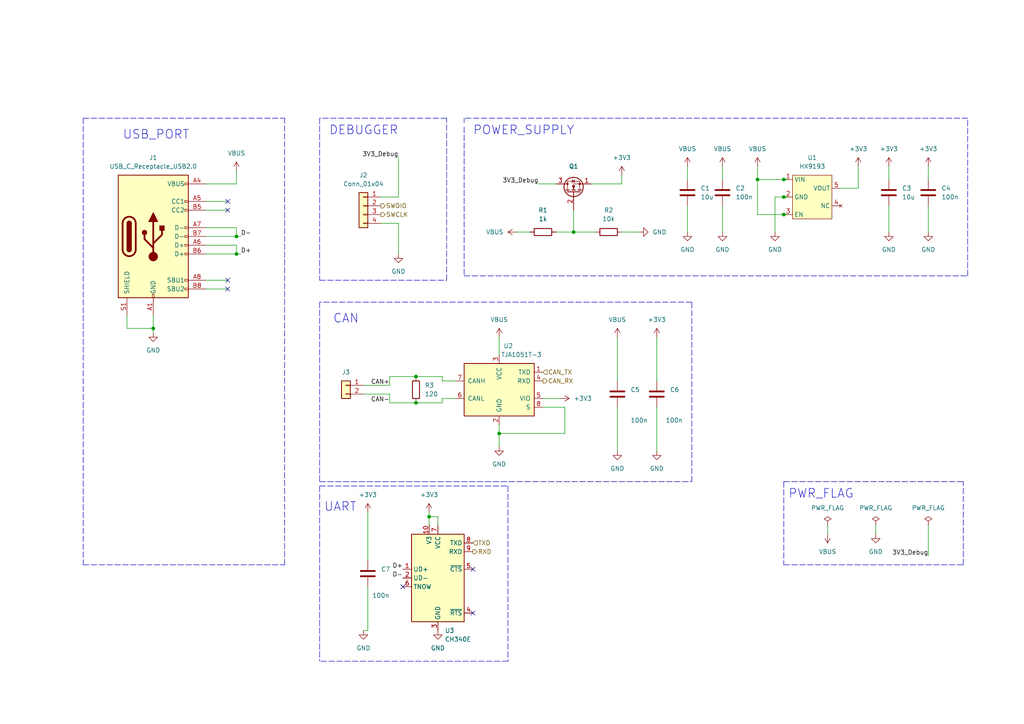
<source format=kicad_sch>
(kicad_sch (version 20211123) (generator eeschema)
  (paper "A4")
  (lib_symbols
    (symbol "Connector:USB_C_Receptacle_USB2.0" (pin_names (offset 1.016))
      (property "Reference" "J" (at -10.16 19.05 0))
      (property "Value" "USB_C_Receptacle_USB2.0" (at 19.05 19.05 0))
      (symbol "USB_C_Receptacle_USB2.0_0_0"
        (rectangle (start -0.254 -17.78) (end 0.254 -16.764))
        (rectangle (start 10.16 -14.986) (end 9.144 -15.494))
        (rectangle (start 10.16 -12.446) (end 9.144 -12.954))
        (rectangle (start 10.16 -4.826) (end 9.144 -5.334))
        (rectangle (start 10.16 -2.286) (end 9.144 -2.794))
        (rectangle (start 10.16 0.254) (end 9.144 -0.254))
        (rectangle (start 10.16 2.794) (end 9.144 2.286))
        (rectangle (start 10.16 7.874) (end 9.144 7.366))
        (rectangle (start 10.16 10.414) (end 9.144 9.906))
        (rectangle (start 10.16 15.494) (end 9.144 14.986))
      )
      (symbol "USB_C_Receptacle_USB2.0_0_1"
        (rectangle (start -10.16 17.78) (end 10.16 -17.78) (stroke (width 0.254)) (fill (type background)))
        (arc (start -8.89 -3.81) (mid -6.985 -5.715) (end -5.08 -3.81) (stroke (width 0.508)))
        (arc (start -7.62 -3.81) (mid -6.985 -4.445) (end -6.35 -3.81) (stroke (width 0.254)))
        (arc (start -7.62 -3.81) (mid -6.985 -4.445) (end -6.35 -3.81) (stroke (width 0.254)) (fill (type outline)))
        (rectangle (start -7.62 -3.81) (end -6.35 3.81) (stroke (width 0.254)) (fill (type outline)))
        (arc (start -6.35 3.81) (mid -6.985 4.445) (end -7.62 3.81) (stroke (width 0.254)))
        (arc (start -6.35 3.81) (mid -6.985 4.445) (end -7.62 3.81) (stroke (width 0.254)) (fill (type outline)))
        (arc (start -5.08 3.81) (mid -6.985 5.715) (end -8.89 3.81) (stroke (width 0.508)))
        (circle (center -2.54 1.143) (radius 0.635) (stroke (width 0.254)) (fill (type outline)))
        (circle (center 0 -5.842) (radius 1.27) (fill (type outline)))
        (polyline (pts (xy -8.89 -3.81) (xy -8.89 3.81)) (stroke (width 0.508)))
        (polyline (pts (xy -5.08 3.81) (xy -5.08 -3.81)) (stroke (width 0.508)))
        (polyline (pts (xy 0 -5.842) (xy 0 4.318)) (stroke (width 0.508)))
        (polyline (pts (xy 0 -3.302) (xy -2.54 -0.762) (xy -2.54 0.508)) (stroke (width 0.508)))
        (polyline (pts (xy 0 -2.032) (xy 2.54 0.508) (xy 2.54 1.778)) (stroke (width 0.508)))
        (polyline (pts (xy -1.27 4.318) (xy 0 6.858) (xy 1.27 4.318) (xy -1.27 4.318)) (stroke (width 0.254)) (fill (type outline)))
        (rectangle (start 1.905 1.778) (end 3.175 3.048) (stroke (width 0.254)) (fill (type outline)))
      )
      (symbol "USB_C_Receptacle_USB2.0_1_1"
        (pin passive line (at 0 -22.86 90) (length 5.08) (name "GND") (number "A1"))
        (pin passive line (at 0 -22.86 90) (length 5.08) hide (name "GND") (number "A12"))
        (pin passive line (at 15.24 15.24 180) (length 5.08) (name "VBUS") (number "A4"))
        (pin bidirectional line (at 15.24 10.16 180) (length 5.08) (name "CC1") (number "A5"))
        (pin bidirectional line (at 15.24 -2.54 180) (length 5.08) (name "D+") (number "A6"))
        (pin bidirectional line (at 15.24 2.54 180) (length 5.08) (name "D-") (number "A7"))
        (pin bidirectional line (at 15.24 -12.7 180) (length 5.08) (name "SBU1") (number "A8"))
        (pin passive line (at 15.24 15.24 180) (length 5.08) hide (name "VBUS") (number "A9"))
        (pin passive line (at 0 -22.86 90) (length 5.08) hide (name "GND") (number "B1"))
        (pin passive line (at 0 -22.86 90) (length 5.08) hide (name "GND") (number "B12"))
        (pin passive line (at 15.24 15.24 180) (length 5.08) hide (name "VBUS") (number "B4"))
        (pin bidirectional line (at 15.24 7.62 180) (length 5.08) (name "CC2") (number "B5"))
        (pin bidirectional line (at 15.24 -5.08 180) (length 5.08) (name "D+") (number "B6"))
        (pin bidirectional line (at 15.24 0 180) (length 5.08) (name "D-") (number "B7"))
        (pin bidirectional line (at 15.24 -15.24 180) (length 5.08) (name "SBU2") (number "B8"))
        (pin passive line (at 15.24 15.24 180) (length 5.08) hide (name "VBUS") (number "B9"))
        (pin passive line (at -7.62 -22.86 90) (length 5.08) (name "SHIELD") (number "S1"))
      )
    )
    (symbol "Connector_Generic:Conn_01x02" (pin_names (offset 1.016) hide)
      (property "Reference" "J" (at 0 2.54 0))
      (property "Value" "Conn_01x02" (at 0 -5.08 0))
      (symbol "Conn_01x02_1_1"
        (rectangle (start -1.27 -2.413) (end 0 -2.667) (stroke (width 0.1524)))
        (rectangle (start -1.27 0.127) (end 0 -0.127) (stroke (width 0.1524)))
        (rectangle (start -1.27 1.27) (end 1.27 -3.81) (stroke (width 0.254)) (fill (type background)))
        (pin passive line (at -5.08 0 0) (length 3.81) (name "Pin_1") (number "1"))
        (pin passive line (at -5.08 -2.54 0) (length 3.81) (name "Pin_2") (number "2"))
      )
    )
    (symbol "Connector_Generic:Conn_01x04" (pin_names (offset 1.016) hide)
      (property "Reference" "J" (at 0 5.08 0))
      (property "Value" "Conn_01x04" (at 0 -7.62 0))
      (symbol "Conn_01x04_1_1"
        (rectangle (start -1.27 -4.953) (end 0 -5.207) (stroke (width 0.1524)))
        (rectangle (start -1.27 -2.413) (end 0 -2.667) (stroke (width 0.1524)))
        (rectangle (start -1.27 0.127) (end 0 -0.127) (stroke (width 0.1524)))
        (rectangle (start -1.27 2.667) (end 0 2.413) (stroke (width 0.1524)))
        (rectangle (start -1.27 3.81) (end 1.27 -6.35) (stroke (width 0.254)) (fill (type background)))
        (pin passive line (at -5.08 2.54 0) (length 3.81) (name "Pin_1") (number "1"))
        (pin passive line (at -5.08 0 0) (length 3.81) (name "Pin_2") (number "2"))
        (pin passive line (at -5.08 -2.54 0) (length 3.81) (name "Pin_3") (number "3"))
        (pin passive line (at -5.08 -5.08 0) (length 3.81) (name "Pin_4") (number "4"))
      )
    )
    (symbol "Device:C" (pin_numbers hide) (pin_names (offset 0.254))
      (property "Reference" "C" (at 0.635 2.54 0))
      (property "Value" "C" (at 0.635 -2.54 0))
      (symbol "C_0_1"
        (polyline (pts (xy -2.032 -0.762) (xy 2.032 -0.762)) (stroke (width 0.508)))
        (polyline (pts (xy -2.032 0.762) (xy 2.032 0.762)) (stroke (width 0.508)))
      )
      (symbol "C_1_1"
        (pin passive line (at 0 3.81 270) (length 2.794) (name "~") (number "1"))
        (pin passive line (at 0 -3.81 90) (length 2.794) (name "~") (number "2"))
      )
    )
    (symbol "Device:Q_NMOS_SGD" (pin_names (offset 0) hide)
      (property "Reference" "Q" (at 5.08 1.27 0))
      (property "Value" "Q_NMOS_SGD" (at 5.08 -1.27 0))
      (symbol "Q_NMOS_SGD_0_1"
        (polyline (pts (xy 0.254 0) (xy -2.54 0)))
        (polyline (pts (xy 0.254 1.905) (xy 0.254 -1.905)) (stroke (width 0.254)))
        (polyline (pts (xy 0.762 -1.27) (xy 0.762 -2.286)) (stroke (width 0.254)))
        (polyline (pts (xy 0.762 0.508) (xy 0.762 -0.508)) (stroke (width 0.254)))
        (polyline (pts (xy 0.762 2.286) (xy 0.762 1.27)) (stroke (width 0.254)))
        (polyline (pts (xy 2.54 2.54) (xy 2.54 1.778)))
        (polyline (pts (xy 2.54 -2.54) (xy 2.54 0) (xy 0.762 0)))
        (polyline (pts (xy 0.762 -1.778) (xy 3.302 -1.778) (xy 3.302 1.778) (xy 0.762 1.778)))
        (polyline (pts (xy 1.016 0) (xy 2.032 0.381) (xy 2.032 -0.381) (xy 1.016 0)) (fill (type outline)))
        (polyline (pts (xy 2.794 0.508) (xy 2.921 0.381) (xy 3.683 0.381) (xy 3.81 0.254)))
        (polyline (pts (xy 3.302 0.381) (xy 2.921 -0.254) (xy 3.683 -0.254) (xy 3.302 0.381)))
        (circle (center 1.651 0) (radius 2.794) (stroke (width 0.254)))
        (circle (center 2.54 -1.778) (radius 0.254) (fill (type outline)))
        (circle (center 2.54 1.778) (radius 0.254) (fill (type outline)))
      )
      (symbol "Q_NMOS_SGD_1_1"
        (pin passive line (at 2.54 -5.08 90) (length 2.54) (name "S") (number "1"))
        (pin input line (at -5.08 0 0) (length 5.08) (name "G") (number "2"))
        (pin passive line (at 2.54 5.08 270) (length 2.54) (name "D") (number "3"))
      )
    )
    (symbol "Device:R" (pin_numbers hide) (pin_names (offset 0))
      (property "Reference" "R" (at 2.032 0 90))
      (property "Value" "R" (at 0 0 90))
      (symbol "R_0_1"
        (rectangle (start -1.016 -2.54) (end 1.016 2.54) (stroke (width 0.254)))
      )
      (symbol "R_1_1"
        (pin passive line (at 0 3.81 270) (length 1.27) (name "~") (number "1"))
        (pin passive line (at 0 -3.81 90) (length 1.27) (name "~") (number "2"))
      )
    )
    (symbol "Interface_CAN_LIN:TJA1051T-3" (pin_names (offset 1.016))
      (property "Reference" "U" (at -10.16 8.89 0))
      (property "Value" "TJA1051T-3" (at 1.27 8.89 0))
      (symbol "TJA1051T-3_0_1"
        (rectangle (start -10.16 7.62) (end 10.16 -7.62) (stroke (width 0.254)) (fill (type background)))
      )
      (symbol "TJA1051T-3_1_1"
        (pin input line (at -12.7 5.08 0) (length 2.54) (name "TXD") (number "1"))
        (pin power_in line (at 0 -10.16 90) (length 2.54) (name "GND") (number "2"))
        (pin power_in line (at 0 10.16 270) (length 2.54) (name "VCC") (number "3"))
        (pin output line (at -12.7 2.54 0) (length 2.54) (name "RXD") (number "4"))
        (pin power_in line (at -12.7 -2.54 0) (length 2.54) (name "VIO") (number "5"))
        (pin bidirectional line (at 12.7 -2.54 180) (length 2.54) (name "CANL") (number "6"))
        (pin bidirectional line (at 12.7 2.54 180) (length 2.54) (name "CANH") (number "7"))
        (pin input line (at -12.7 -5.08 0) (length 2.54) (name "S") (number "8"))
      )
    )
    (symbol "Interface_USB:CH340E"
      (property "Reference" "U" (at -5.08 13.97 0))
      (property "Value" "CH340E" (at 1.27 13.97 0))
      (symbol "CH340E_0_1"
        (rectangle (start -7.62 12.7) (end 7.62 -12.7) (stroke (width 0.254)) (fill (type background)))
      )
      (symbol "CH340E_1_1"
        (pin bidirectional line (at -10.16 2.54 0) (length 2.54) (name "UD+") (number "1"))
        (pin passive line (at -2.54 15.24 270) (length 2.54) (name "V3") (number "10"))
        (pin bidirectional line (at -10.16 0 0) (length 2.54) (name "UD-") (number "2"))
        (pin power_in line (at 0 -15.24 90) (length 2.54) (name "GND") (number "3"))
        (pin output line (at 10.16 -10.16 180) (length 2.54) (name "~{RTS}") (number "4"))
        (pin input line (at 10.16 2.54 180) (length 2.54) (name "~{CTS}") (number "5"))
        (pin output line (at -10.16 -2.54 0) (length 2.54) (name "TNOW") (number "6"))
        (pin power_in line (at 0 15.24 270) (length 2.54) (name "VCC") (number "7"))
        (pin output line (at 10.16 10.16 180) (length 2.54) (name "TXD") (number "8"))
        (pin input line (at 10.16 7.62 180) (length 2.54) (name "RXD") (number "9"))
      )
    )
    (symbol "power:+3V3" (power) (pin_names (offset 0))
      (property "Value" "+3V3" (at 0 3.556 0))
      (symbol "+3V3_0_1"
        (polyline (pts (xy -0.762 1.27) (xy 0 2.54)))
        (polyline (pts (xy 0 0) (xy 0 2.54)))
        (polyline (pts (xy 0 2.54) (xy 0.762 1.27)))
      )
      (symbol "+3V3_1_1"
        (pin power_in line (at 0 0 90) (length 0) hide (name "+3V3") (number "1"))
      )
    )
    (symbol "power:GND" (power) (pin_names (offset 0))
      (property "Value" "GND" (at 0 -3.81 0))
      (symbol "GND_0_1"
        (polyline (pts (xy 0 0) (xy 0 -1.27) (xy 1.27 -1.27) (xy 0 -2.54) (xy -1.27 -1.27) (xy 0 -1.27)))
      )
      (symbol "GND_1_1"
        (pin power_in line (at 0 0 270) (length 0) hide (name "GND") (number "1"))
      )
    )
    (symbol "power:PWR_FLAG" (power) (pin_numbers hide) (pin_names (offset 0) hide)
      (property "Value" "PWR_FLAG" (at 0 3.81 0))
      (symbol "PWR_FLAG_0_0"
        (pin power_out line (at 0 0 90) (length 0) (name "pwr") (number "1"))
      )
      (symbol "PWR_FLAG_0_1"
        (polyline (pts (xy 0 0) (xy 0 1.27) (xy -1.016 1.905) (xy 0 2.54) (xy 1.016 1.905) (xy 0 1.27)))
      )
    )
    (symbol "power:VBUS" (power) (pin_names (offset 0))
      (property "Value" "VBUS" (at 0 3.81 0))
      (symbol "VBUS_0_1"
        (polyline (pts (xy -0.762 1.27) (xy 0 2.54)))
        (polyline (pts (xy 0 0) (xy 0 2.54)))
        (polyline (pts (xy 0 2.54) (xy 0.762 1.27)))
      )
      (symbol "VBUS_1_1"
        (pin power_in line (at 0 0 90) (length 0) hide (name "VBUS") (number "1"))
      )
    )
    (symbol "symbols:HX9193"
      (property "Reference" "U" (at -5.08 7.62 0))
      (property "Value" "HX9193" (at 6.35 7.62 0))
      (symbol "HX9193_0_1"
        (rectangle (start -6.35 6.35) (end 5.08 -6.35) (fill (type background)))
      )
      (symbol "HX9193_1_1"
        (pin power_in line (at -8.89 5.08 0) (length 2.54) (name "VIN") (number "1"))
        (pin passive line (at -8.89 0 0) (length 2.54) (name "GND") (number "2"))
        (pin input line (at -8.89 -5.08 0) (length 2.54) (name "EN") (number "3"))
        (pin no_connect line (at 7.62 -2.54 180) (length 2.54) (name "NC") (number "4"))
        (pin power_out line (at 7.62 2.54 180) (length 2.54) (name "VOUT") (number "5"))
      )
    )
  )
  (junction (at 166.37 67.31))
  (junction (at 227.33 62.23))
  (junction (at 68.58 73.66))
  (junction (at 219.71 52.07))
  (junction (at 120.65 109.22))
  (junction (at 44.45 95.25))
  (junction (at 68.58 68.58))
  (junction (at 227.33 57.15))
  (junction (at 120.65 116.84))
  (junction (at 227.33 52.07))
  (junction (at 124.46 149.86))
  (junction (at 144.78 125.73))
  (no_connect (at 66.04 60.96))
  (no_connect (at 66.04 83.82))
  (no_connect (at 66.04 81.28))
  (no_connect (at 66.04 58.42))
  (no_connect (at 116.84 170.18))
  (no_connect (at 137.16 177.8))
  (no_connect (at 137.16 165.1))
  (wire (pts (xy 157.48 115.57) (xy 162.56 115.57)))
  (wire (pts (xy 68.58 71.12) (xy 68.58 73.66)))
  (wire (pts (xy 163.83 125.73) (xy 144.78 125.73)))
  (wire (pts (xy 68.58 68.58) (xy 59.69 68.58)))
  (wire (pts (xy 44.45 91.44) (xy 44.45 95.25)))
  (wire (pts (xy 209.55 59.69) (xy 209.55 67.31)))
  (polyline (pts (xy 24.13 34.29) (xy 82.55 34.29)))
  (wire (pts (xy 157.48 118.11) (xy 163.83 118.11)))
  (wire (pts (xy 113.03 116.84) (xy 120.65 116.84)))
  (wire (pts (xy 171.45 53.34) (xy 180.34 53.34)))
  (wire (pts (xy 180.34 67.31) (xy 185.42 67.31)))
  (polyline (pts (xy 92.71 34.29) (xy 92.71 81.28)))
  (wire (pts (xy 68.58 73.66) (xy 69.85 73.66)))
  (wire (pts (xy 269.24 59.69) (xy 269.24 67.31)))
  (wire (pts (xy 166.37 60.96) (xy 166.37 67.31)))
  (polyline (pts (xy 227.33 139.7) (xy 279.4 139.7)))
  (wire (pts (xy 228.6 57.15) (xy 227.33 57.15)))
  (wire (pts (xy 115.57 45.72) (xy 115.57 57.15)))
  (polyline (pts (xy 280.67 34.29) (xy 134.62 34.29)))
  (wire (pts (xy 44.45 95.25) (xy 44.45 96.52)))
  (wire (pts (xy 243.84 54.61) (xy 248.92 54.61)))
  (wire (pts (xy 120.65 116.84) (xy 128.27 116.84)))
  (wire (pts (xy 113.03 109.22) (xy 113.03 111.76)))
  (polyline (pts (xy 24.13 163.83) (xy 82.55 163.83)))
  (polyline (pts (xy 92.71 140.97) (xy 92.71 191.77)))
  (wire (pts (xy 59.69 66.04) (xy 68.58 66.04)))
  (polyline (pts (xy 279.4 163.83) (xy 279.4 139.7)))
  (wire (pts (xy 179.07 118.11) (xy 179.07 130.81)))
  (wire (pts (xy 144.78 97.79) (xy 144.78 102.87)))
  (wire (pts (xy 269.24 152.4) (xy 269.24 161.29)))
  (wire (pts (xy 106.68 182.88) (xy 105.41 182.88)))
  (wire (pts (xy 106.68 170.18) (xy 106.68 182.88)))
  (wire (pts (xy 179.07 97.79) (xy 179.07 110.49)))
  (wire (pts (xy 149.86 67.31) (xy 153.67 67.31)))
  (wire (pts (xy 105.41 114.3) (xy 113.03 114.3)))
  (wire (pts (xy 59.69 53.34) (xy 68.58 53.34)))
  (polyline (pts (xy 92.71 87.63) (xy 92.71 139.7)))
  (wire (pts (xy 257.81 48.26) (xy 257.81 52.07)))
  (wire (pts (xy 156.21 53.34) (xy 161.29 53.34)))
  (wire (pts (xy 124.46 148.59) (xy 124.46 149.86)))
  (wire (pts (xy 59.69 71.12) (xy 68.58 71.12)))
  (wire (pts (xy 68.58 53.34) (xy 68.58 49.53)))
  (polyline (pts (xy 200.66 87.63) (xy 92.71 87.63)))
  (wire (pts (xy 110.49 57.15) (xy 115.57 57.15)))
  (wire (pts (xy 248.92 54.61) (xy 248.92 48.26)))
  (wire (pts (xy 219.71 62.23) (xy 219.71 52.07)))
  (wire (pts (xy 36.83 95.25) (xy 44.45 95.25)))
  (wire (pts (xy 254 152.4) (xy 254 154.94)))
  (wire (pts (xy 128.27 109.22) (xy 120.65 109.22)))
  (polyline (pts (xy 92.71 139.7) (xy 200.66 139.7)))
  (polyline (pts (xy 92.71 140.97) (xy 147.32 140.97)))
  (wire (pts (xy 124.46 149.86) (xy 127 149.86)))
  (wire (pts (xy 190.5 97.79) (xy 190.5 110.49)))
  (wire (pts (xy 180.34 50.8) (xy 180.34 53.34)))
  (polyline (pts (xy 227.33 163.83) (xy 279.4 163.83)))
  (wire (pts (xy 128.27 110.49) (xy 128.27 109.22)))
  (wire (pts (xy 227.33 62.23) (xy 219.71 62.23)))
  (wire (pts (xy 269.24 48.26) (xy 269.24 52.07)))
  (wire (pts (xy 59.69 58.42) (xy 66.04 58.42)))
  (polyline (pts (xy 147.32 191.77) (xy 92.71 191.77)))
  (wire (pts (xy 166.37 67.31) (xy 172.72 67.31)))
  (wire (pts (xy 113.03 114.3) (xy 113.03 116.84)))
  (wire (pts (xy 209.55 48.26) (xy 209.55 52.07)))
  (wire (pts (xy 219.71 48.26) (xy 219.71 52.07)))
  (wire (pts (xy 113.03 111.76) (xy 105.41 111.76)))
  (wire (pts (xy 257.81 59.69) (xy 257.81 67.31)))
  (polyline (pts (xy 24.13 34.29) (xy 24.13 163.83)))
  (polyline (pts (xy 134.62 34.29) (xy 134.62 35.56)))
  (polyline (pts (xy 129.54 34.29) (xy 92.71 34.29)))
  (polyline (pts (xy 92.71 81.28) (xy 129.54 81.28)))
  (polyline (pts (xy 280.67 80.01) (xy 280.67 34.29)))
  (wire (pts (xy 113.03 109.22) (xy 120.65 109.22)))
  (wire (pts (xy 115.57 64.77) (xy 115.57 73.66)))
  (wire (pts (xy 106.68 148.59) (xy 106.68 162.56)))
  (polyline (pts (xy 227.33 139.7) (xy 227.33 163.83)))
  (wire (pts (xy 190.5 118.11) (xy 190.5 130.81)))
  (polyline (pts (xy 82.55 163.83) (xy 82.55 34.29)))
  (wire (pts (xy 59.69 73.66) (xy 68.58 73.66)))
  (wire (pts (xy 144.78 125.73) (xy 144.78 129.54)))
  (wire (pts (xy 161.29 67.31) (xy 166.37 67.31)))
  (polyline (pts (xy 200.66 139.7) (xy 200.66 87.63)))
  (wire (pts (xy 144.78 123.19) (xy 144.78 125.73)))
  (wire (pts (xy 110.49 64.77) (xy 115.57 64.77)))
  (wire (pts (xy 227.33 57.15) (xy 224.79 57.15)))
  (polyline (pts (xy 147.32 140.97) (xy 147.32 191.77)))
  (wire (pts (xy 59.69 83.82) (xy 66.04 83.82)))
  (wire (pts (xy 227.33 52.07) (xy 228.6 52.07)))
  (wire (pts (xy 68.58 68.58) (xy 69.85 68.58)))
  (wire (pts (xy 199.39 48.26) (xy 199.39 52.07)))
  (wire (pts (xy 128.27 115.57) (xy 132.08 115.57)))
  (wire (pts (xy 36.83 91.44) (xy 36.83 95.25)))
  (wire (pts (xy 199.39 59.69) (xy 199.39 67.31)))
  (wire (pts (xy 240.03 152.4) (xy 240.03 154.94)))
  (wire (pts (xy 132.08 110.49) (xy 128.27 110.49)))
  (wire (pts (xy 224.79 57.15) (xy 224.79 67.31)))
  (wire (pts (xy 228.6 62.23) (xy 227.33 62.23)))
  (wire (pts (xy 127 149.86) (xy 127 152.4)))
  (wire (pts (xy 163.83 118.11) (xy 163.83 125.73)))
  (wire (pts (xy 59.69 60.96) (xy 66.04 60.96)))
  (polyline (pts (xy 129.54 81.28) (xy 129.54 34.29)))
  (polyline (pts (xy 134.62 80.01) (xy 280.67 80.01)))
  (wire (pts (xy 128.27 116.84) (xy 128.27 115.57)))
  (wire (pts (xy 124.46 149.86) (xy 124.46 152.4)))
  (wire (pts (xy 68.58 66.04) (xy 68.58 68.58)))
  (wire (pts (xy 219.71 52.07) (xy 227.33 52.07)))
  (polyline (pts (xy 134.62 36.83) (xy 134.62 80.01)))
  (wire (pts (xy 59.69 81.28) (xy 66.04 81.28)))
  (text "DEBUGGER" (at 115.57 39.37 180) (effects (font (size 2.54 2.54)) (justify right bottom)))
  (text "PWR_FLAG" (at 228.6 144.78 0) (effects (font (size 2.54 2.54)) (justify left bottom)))
  (text "UART" (at 93.98 148.59 0) (effects (font (size 2.54 2.54)) (justify left bottom)))
  (text "POWER_SUPPLY" (at 137.16 39.37 0) (effects (font (size 2.54 2.54)) (justify left bottom)))
  (text "CAN" (at 104.14 93.98 180) (effects (font (size 2.54 2.54)) (justify right bottom)))
  (text "USB_PORT" (at 35.56 40.64 0) (effects (font (size 2.54 2.54)) (justify left bottom)))
  (label "CAN-" (at 113.03 116.84 180))
  (label "3V3_Debug" (at 269.24 161.29 180))
  (label "D-" (at 69.85 68.58 0))
  (label "3V3_Debug" (at 156.21 53.34 180))
  (label "D+" (at 116.84 165.1 180))
  (label "D-" (at 116.84 167.64 180))
  (label "D+" (at 69.85 73.66 0))
  (label "3V3_Debug" (at 115.57 45.72 180))
  (label "CAN+" (at 113.03 111.76 180))
  (hierarchical_label "SWCLK" (shape output) (at 110.49 62.23 0))
  (hierarchical_label "TXD" (shape input) (at 137.16 157.48 0))
  (hierarchical_label "RXD" (shape output) (at 137.16 160.02 0))
  (hierarchical_label "CAN_RX" (shape output) (at 157.48 110.49 0))
  (hierarchical_label "SWDIO" (shape output) (at 110.49 59.69 0))
  (hierarchical_label "CAN_TX" (shape input) (at 157.48 107.95 0))
  (symbol (lib_id "power:GND") (at 179.07 130.81 0) (unit 1)
    (property "Reference" "#PWR0127" (effects hide))
    (property "Value" "GND" (at 179.07 135.89 0))
  )
  (symbol (lib_id "power:GND") (at 190.5 130.81 0) (unit 1)
    (property "Reference" "#PWR0128" (effects hide))
    (property "Value" "GND" (at 190.5 135.89 0))
  )
  (symbol (lib_id "power:VBUS") (at 144.78 97.79 0) (unit 1)
    (property "Reference" "#PWR0126" (effects hide))
    (property "Value" "VBUS" (at 144.78 92.71 0))
  )
  (symbol (lib_id "power:+3V3") (at 257.81 48.26 0) (unit 1)
    (property "Reference" "#PWR0122" (effects hide))
    (property "Value" "+3V3" (at 257.81 43.18 0))
  )
  (symbol (lib_id "power:GND") (at 224.79 67.31 0) (unit 1)
    (property "Reference" "#PWR0130" (effects hide))
    (property "Value" "GND" (at 224.79 72.39 0))
  )
  (symbol (lib_id "Device:R") (at 120.65 113.03 0) (unit 1)
    (property "Reference" "R3" (at 123.19 111.7599 0) (effects (justify left)))
    (property "Value" "120" (at 123.19 114.2999 0) (effects (justify left)))
    (property "Footprint" "R_0603_1608Metric" (effects hide))
  )
  (symbol (lib_id "power:GND") (at 127 182.88 0) (unit 1)
    (property "Reference" "#PWR0113" (effects hide))
    (property "Value" "GND" (at 127 187.96 0))
  )
  (symbol (lib_id "symbols:HX9193") (at 236.22 57.15 0) (unit 1)
    (property "Reference" "U1" (at 235.585 45.72 0))
    (property "Value" "HX9193" (at 235.585 48.26 0))
    (property "Footprint" "Package_TO_SOT_SMD:SOT-23-5_HandSoldering" (effects hide))
    (property "Datasheet" "https://item.szlcsc.com/280543.html" (effects hide))
  )
  (symbol (lib_id "power:+3V3") (at 106.68 148.59 0) (unit 1)
    (property "Reference" "#PWR0115" (effects hide))
    (property "Value" "+3V3" (at 106.68 143.51 0))
  )
  (symbol (lib_id "power:VBUS") (at 199.39 48.26 0) (unit 1)
    (property "Reference" "#PWR0117" (effects hide))
    (property "Value" "VBUS" (at 199.39 43.18 0))
  )
  (symbol (lib_id "Connector:USB_C_Receptacle_USB2.0") (at 44.45 68.58 0) (unit 1)
    (property "Reference" "J1" (at 44.45 45.72 0))
    (property "Value" "USB_C_Receptacle_USB2.0" (at 44.45 48.26 0))
    (property "Footprint" "USB_C_Receptacle_Palconn_UTC16-G" (effects hide))
    (property "Datasheet" "https://www.usb.org/sites/default/files/documents/usb_type-c.zip" (effects hide))
  )
  (symbol (lib_id "power:PWR_FLAG") (at 240.03 152.4 0) (unit 1)
    (property "Reference" "#FLG0102" (effects hide))
    (property "Value" "PWR_FLAG" (at 240.03 147.32 0))
  )
  (symbol (lib_id "Device:C") (at 257.81 55.88 0) (unit 1)
    (property "Reference" "C3" (at 261.62 54.6099 0) (effects (justify left)))
    (property "Value" "10u" (at 261.62 57.1499 0) (effects (justify left)))
    (property "Footprint" "C_0603_1608Metric" (effects hide))
  )
  (symbol (lib_id "Device:C") (at 199.39 55.88 0) (unit 1)
    (property "Reference" "C1" (at 203.2 54.6099 0) (effects (justify left)))
    (property "Value" "10u" (at 203.2 57.1499 0) (effects (justify left)))
    (property "Footprint" "C_0603_1608Metric" (effects hide))
  )
  (symbol (lib_id "Device:C") (at 190.5 114.3 0) (unit 1)
    (property "Reference" "C6" (at 194.31 113.0299 0) (effects (justify left)))
    (property "Value" "100n" (at 193.04 121.92 0) (effects (justify left)))
    (property "Footprint" "C_0603_1608Metric" (effects hide))
  )
  (symbol (lib_id "Interface_USB:CH340E") (at 127 167.64 0) (unit 1)
    (property "Reference" "U3" (at 129.0194 182.88 0) (effects (justify left)))
    (property "Value" "CH340E" (at 129.0194 185.42 0) (effects (justify left)))
    (property "Footprint" "Package_SO:MSOP-10_3x3mm_P0.5mm" (effects hide))
    (property "Datasheet" "https://www.mpja.com/download/35227cpdata.pdf" (effects hide))
  )
  (symbol (lib_id "power:GND") (at 44.45 96.52 0) (unit 1)
    (property "Reference" "#PWR0105" (effects hide))
    (property "Value" "GND" (at 44.45 101.6 0))
  )
  (symbol (lib_id "Interface_CAN_LIN:TJA1051T-3") (at 144.78 113.03 0) (mirror y) (unit 1)
    (property "Reference" "U2" (at 146.05 100.33 0) (effects (justify right)))
    (property "Value" "TJA1051T-3" (at 145.3006 102.87 0) (effects (justify right)))
    (property "Footprint" "Package_SO:SOIC-8_3.9x4.9mm_P1.27mm" (effects hide))
    (property "Datasheet" "http://www.nxp.com/documents/data_sheet/TJA1051.pdf" (effects hide))
  )
  (symbol (lib_id "power:VBUS") (at 240.03 154.94 0) (mirror x) (unit 1)
    (property "Reference" "#PWR0134" (effects hide))
    (property "Value" "VBUS" (at 240.03 160.02 0))
  )
  (symbol (lib_id "power:+3V3") (at 248.92 48.26 0) (unit 1)
    (property "Reference" "#PWR0123" (effects hide))
    (property "Value" "+3V3" (at 248.92 43.18 0))
  )
  (symbol (lib_id "power:+3V3") (at 180.34 50.8 0) (unit 1)
    (property "Reference" "#PWR0108" (effects hide))
    (property "Value" "+3V3" (at 180.34 45.72 0))
  )
  (symbol (lib_id "power:+3V3") (at 269.24 48.26 0) (unit 1)
    (property "Reference" "#PWR0121" (effects hide))
    (property "Value" "+3V3" (at 269.24 43.18 0))
  )
  (symbol (lib_id "Device:R") (at 176.53 67.31 270) (unit 1)
    (property "Reference" "R2" (at 176.53 60.96 90))
    (property "Value" "10k" (at 176.53 63.5 90))
    (property "Footprint" "R_0603_1608Metric" (effects hide))
  )
  (symbol (lib_id "power:GND") (at 199.39 67.31 0) (unit 1)
    (property "Reference" "#PWR0107" (effects hide))
    (property "Value" "GND" (at 199.39 72.39 0))
  )
  (symbol (lib_id "power:VBUS") (at 68.58 49.53 0) (unit 1)
    (property "Reference" "#PWR0106" (effects hide))
    (property "Value" "VBUS" (at 68.58 44.45 0))
  )
  (symbol (lib_id "power:GND") (at 185.42 67.31 90) (unit 1)
    (property "Reference" "#PWR0109" (effects hide))
    (property "Value" "GND" (at 189.23 67.3099 90) (effects (justify right)))
  )
  (symbol (lib_id "Connector_Generic:Conn_01x04") (at 105.41 59.69 0) (mirror y) (unit 1)
    (property "Reference" "J2" (at 105.41 50.8 0))
    (property "Value" "Conn_01x04" (at 105.41 53.34 0))
    (property "Footprint" "PinHeader_1x04_P2.54mm_Vertical" (effects hide))
  )
  (symbol (lib_id "power:GND") (at 144.78 129.54 0) (unit 1)
    (property "Reference" "#PWR0114" (effects hide))
    (property "Value" "GND" (at 144.78 134.62 0))
  )
  (symbol (lib_id "power:+3V3") (at 162.56 115.57 270) (unit 1)
    (property "Reference" "#PWR0129" (effects hide))
    (property "Value" "+3V3" (at 166.37 115.5699 90) (effects (justify left)))
  )
  (symbol (lib_id "Connector_Generic:Conn_01x02") (at 100.33 111.76 0) (mirror y) (unit 1)
    (property "Reference" "J3" (at 100.33 107.95 0))
    (property "Value" "Conn_01x02" (effects hide))
    (property "Footprint" "JST_GH_SM02B-GHS-TB_1x02-1MP_P1.25mm_Horizontal" (effects hide))
  )
  (symbol (lib_id "power:+3V3") (at 124.46 148.59 0) (unit 1)
    (property "Reference" "#PWR0112" (effects hide))
    (property "Value" "+3V3" (at 124.46 143.51 0))
  )
  (symbol (lib_id "power:GND") (at 269.24 67.31 0) (unit 1)
    (property "Reference" "#PWR0132" (effects hide))
    (property "Value" "GND" (at 269.24 72.39 0))
  )
  (symbol (lib_id "power:GND") (at 105.41 182.88 0) (unit 1)
    (property "Reference" "#PWR0116" (effects hide))
    (property "Value" "GND" (at 105.41 187.96 0))
  )
  (symbol (lib_id "power:VBUS") (at 219.71 48.26 0) (unit 1)
    (property "Reference" "#PWR0118" (effects hide))
    (property "Value" "VBUS" (at 219.71 43.18 0))
  )
  (symbol (lib_id "power:GND") (at 254 154.94 0) (unit 1)
    (property "Reference" "#PWR0133" (effects hide))
    (property "Value" "GND" (at 254 160.02 0))
  )
  (symbol (lib_id "power:PWR_FLAG") (at 269.24 152.4 0) (unit 1)
    (property "Reference" "#FLG0103" (effects hide))
    (property "Value" "PWR_FLAG" (at 269.24 147.32 0))
  )
  (symbol (lib_id "power:GND") (at 257.81 67.31 0) (unit 1)
    (property "Reference" "#PWR0131" (effects hide))
    (property "Value" "GND" (at 257.81 72.39 0))
  )
  (symbol (lib_id "Device:C") (at 269.24 55.88 0) (unit 1)
    (property "Reference" "C4" (at 273.05 54.6099 0) (effects (justify left)))
    (property "Value" "100n" (at 273.05 57.1499 0) (effects (justify left)))
    (property "Footprint" "C_0603_1608Metric" (effects hide))
  )
  (symbol (lib_id "Device:R") (at 157.48 67.31 90) (unit 1)
    (property "Reference" "R1" (at 157.48 60.96 90))
    (property "Value" "1k" (at 157.48 63.5 90))
    (property "Footprint" "R_0603_1608Metric" (effects hide))
  )
  (symbol (lib_id "power:GND") (at 209.55 67.31 0) (unit 1)
    (property "Reference" "#PWR0120" (effects hide))
    (property "Value" "GND" (at 209.55 72.39 0))
  )
  (symbol (lib_id "power:GND") (at 115.57 73.66 0) (unit 1)
    (property "Reference" "#PWR0110" (effects hide))
    (property "Value" "GND" (at 115.57 78.74 0))
  )
  (symbol (lib_id "Device:Q_NMOS_SGD") (at 166.37 55.88 90) (unit 1)
    (property "Reference" "Q1" (at 166.37 48.26 90))
    (property "Value" "Q_NMOS_SGD" (effects hide))
    (property "Footprint" "TSOT-23" (effects hide))
  )
  (symbol (lib_id "Device:C") (at 106.68 166.37 0) (unit 1)
    (property "Reference" "C7" (at 110.49 165.0999 0) (effects (justify left)))
    (property "Value" "100n" (at 107.95 172.72 0) (effects (justify left)))
    (property "Footprint" "C_0603_1608Metric" (effects hide))
  )
  (symbol (lib_id "Device:C") (at 179.07 114.3 0) (unit 1)
    (property "Reference" "C5" (at 182.88 113.0299 0) (effects (justify left)))
    (property "Value" "100n" (at 182.88 121.92 0) (effects (justify left)))
    (property "Footprint" "C_0603_1608Metric" (effects hide))
  )
  (symbol (lib_id "power:VBUS") (at 209.55 48.26 0) (unit 1)
    (property "Reference" "#PWR0119" (effects hide))
    (property "Value" "VBUS" (at 209.55 43.18 0))
  )
  (symbol (lib_id "power:VBUS") (at 179.07 97.79 0) (unit 1)
    (property "Reference" "#PWR0125" (effects hide))
    (property "Value" "VBUS" (at 179.07 92.71 0))
  )
  (symbol (lib_id "power:+3V3") (at 190.5 97.79 0) (unit 1)
    (property "Reference" "#PWR0124" (effects hide))
    (property "Value" "+3V3" (at 190.5 92.71 0))
  )
  (symbol (lib_id "power:PWR_FLAG") (at 254 152.4 0) (unit 1)
    (property "Reference" "#FLG0101" (effects hide))
    (property "Value" "PWR_FLAG" (at 254 147.32 0))
  )
  (symbol (lib_id "power:VBUS") (at 149.86 67.31 90) (unit 1)
    (property "Reference" "#PWR0111" (effects hide))
    (property "Value" "VBUS" (at 146.05 67.3099 90) (effects (justify left)))
  )
  (symbol (lib_id "Device:C") (at 209.55 55.88 0) (unit 1)
    (property "Reference" "C2" (at 213.36 54.6099 0) (effects (justify left)))
    (property "Value" "100n" (at 213.36 57.1499 0) (effects (justify left)))
    (property "Footprint" "C_0603_1608Metric" (effects hide))
  )
)
</source>
